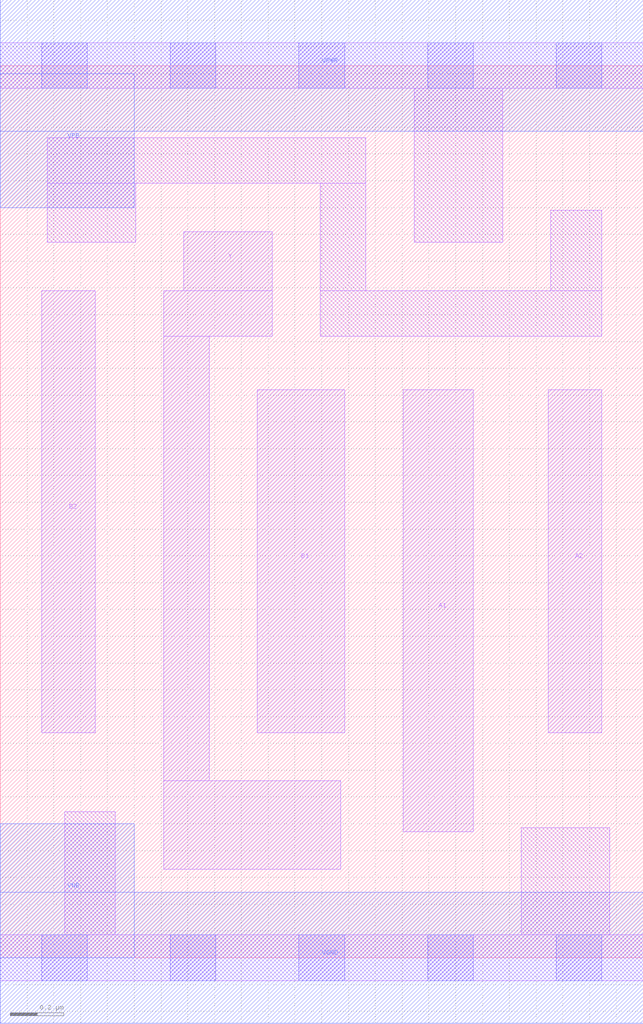
<source format=lef>
# Copyright 2020 The SkyWater PDK Authors
#
# Licensed under the Apache License, Version 2.0 (the "License");
# you may not use this file except in compliance with the License.
# You may obtain a copy of the License at
#
#     https://www.apache.org/licenses/LICENSE-2.0
#
# Unless required by applicable law or agreed to in writing, software
# distributed under the License is distributed on an "AS IS" BASIS,
# WITHOUT WARRANTIES OR CONDITIONS OF ANY KIND, either express or implied.
# See the License for the specific language governing permissions and
# limitations under the License.
#
# SPDX-License-Identifier: Apache-2.0

VERSION 5.5 ;
NAMESCASESENSITIVE ON ;
BUSBITCHARS "[]" ;
DIVIDERCHAR "/" ;
MACRO sky130_fd_sc_lp__a22oi_m
  CLASS CORE ;
  SOURCE USER ;
  ORIGIN  0.000000  0.000000 ;
  SIZE  2.400000 BY  3.330000 ;
  SYMMETRY X Y R90 ;
  SITE unit ;
  PIN A1
    ANTENNAGATEAREA  0.126000 ;
    DIRECTION INPUT ;
    USE SIGNAL ;
    PORT
      LAYER li1 ;
        RECT 1.505000 0.470000 1.765000 2.120000 ;
    END
  END A1
  PIN A2
    ANTENNAGATEAREA  0.126000 ;
    DIRECTION INPUT ;
    USE SIGNAL ;
    PORT
      LAYER li1 ;
        RECT 2.045000 0.840000 2.245000 2.120000 ;
    END
  END A2
  PIN B1
    ANTENNAGATEAREA  0.126000 ;
    DIRECTION INPUT ;
    USE SIGNAL ;
    PORT
      LAYER li1 ;
        RECT 0.960000 0.840000 1.285000 2.120000 ;
    END
  END B1
  PIN B2
    ANTENNAGATEAREA  0.126000 ;
    DIRECTION INPUT ;
    USE SIGNAL ;
    PORT
      LAYER li1 ;
        RECT 0.155000 0.840000 0.355000 2.490000 ;
    END
  END B2
  PIN Y
    ANTENNADIFFAREA  0.283500 ;
    DIRECTION OUTPUT ;
    USE SIGNAL ;
    PORT
      LAYER li1 ;
        RECT 0.610000 0.330000 1.270000 0.660000 ;
        RECT 0.610000 0.660000 0.780000 2.320000 ;
        RECT 0.610000 2.320000 1.015000 2.490000 ;
        RECT 0.685000 2.490000 1.015000 2.710000 ;
    END
  END Y
  PIN VGND
    DIRECTION INOUT ;
    USE GROUND ;
    PORT
      LAYER met1 ;
        RECT 0.000000 -0.245000 2.400000 0.245000 ;
    END
  END VGND
  PIN VNB
    DIRECTION INOUT ;
    USE GROUND ;
    PORT
      LAYER met1 ;
        RECT 0.000000 0.000000 0.500000 0.500000 ;
    END
  END VNB
  PIN VPB
    DIRECTION INOUT ;
    USE POWER ;
    PORT
      LAYER met1 ;
        RECT 0.000000 2.800000 0.500000 3.300000 ;
    END
  END VPB
  PIN VPWR
    DIRECTION INOUT ;
    USE POWER ;
    PORT
      LAYER met1 ;
        RECT 0.000000 3.085000 2.400000 3.575000 ;
    END
  END VPWR
  OBS
    LAYER li1 ;
      RECT 0.000000 -0.085000 2.400000 0.085000 ;
      RECT 0.000000  3.245000 2.400000 3.415000 ;
      RECT 0.175000  2.670000 0.505000 2.890000 ;
      RECT 0.175000  2.890000 1.365000 3.060000 ;
      RECT 0.240000  0.085000 0.430000 0.545000 ;
      RECT 1.195000  2.320000 2.245000 2.490000 ;
      RECT 1.195000  2.490000 1.365000 2.890000 ;
      RECT 1.545000  2.670000 1.875000 3.245000 ;
      RECT 1.945000  0.085000 2.275000 0.485000 ;
      RECT 2.055000  2.490000 2.245000 2.790000 ;
    LAYER mcon ;
      RECT 0.155000 -0.085000 0.325000 0.085000 ;
      RECT 0.155000  3.245000 0.325000 3.415000 ;
      RECT 0.635000 -0.085000 0.805000 0.085000 ;
      RECT 0.635000  3.245000 0.805000 3.415000 ;
      RECT 1.115000 -0.085000 1.285000 0.085000 ;
      RECT 1.115000  3.245000 1.285000 3.415000 ;
      RECT 1.595000 -0.085000 1.765000 0.085000 ;
      RECT 1.595000  3.245000 1.765000 3.415000 ;
      RECT 2.075000 -0.085000 2.245000 0.085000 ;
      RECT 2.075000  3.245000 2.245000 3.415000 ;
  END
END sky130_fd_sc_lp__a22oi_m

</source>
